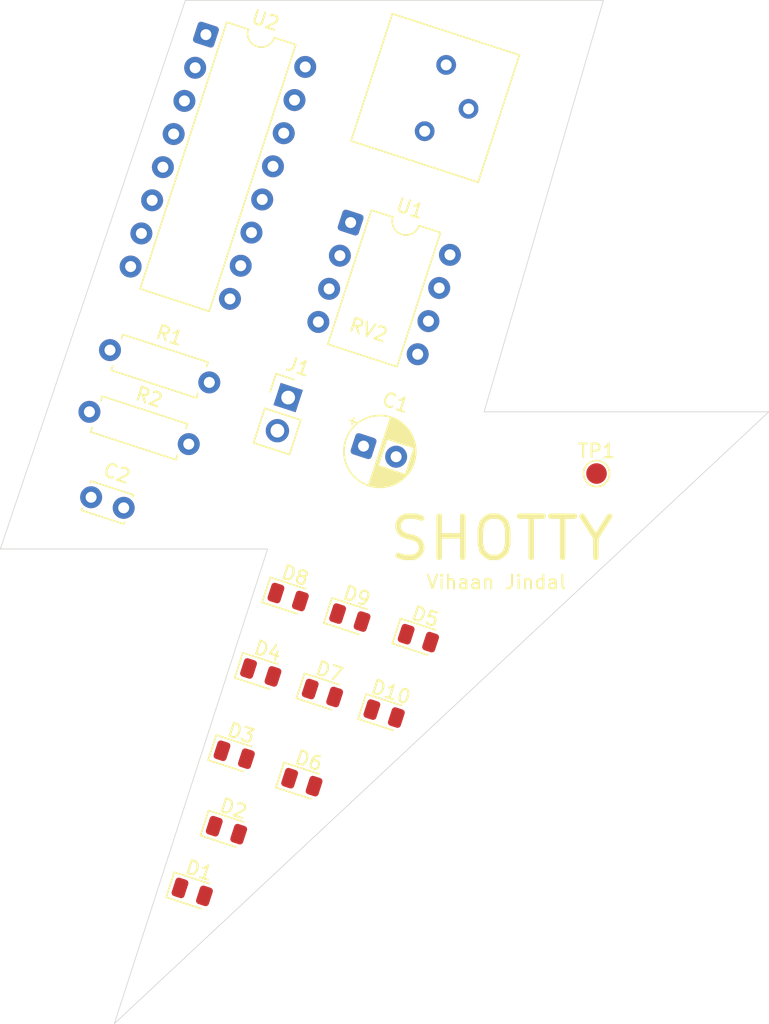
<source format=kicad_pcb>
(kicad_pcb (version 20241229) (generator "pcbnew") (generator_version "9.0")
  (layers (0 "F.Cu" signal) (2 "B.Cu" signal) (13 "F.Paste" user) (15 "B.Paste" user) (5 "F.SilkS" user "F.Silkscreen") (7 "B.SilkS" user "B.Silkscreen") (1 "F.Mask" user) (3 "B.Mask" user) (25 "Edge.Cuts" user))
  (net 0 "")
  (net 1 "Net-(J1-Pin_2)")
  (net 2 "Net-(U1-CV)")
  (net 3 "Net-(U1-THR)")
  (net 4 "Net-(U1-Q)")
  (net 5 "Net-(J1-Pin_1)")
  (net 6 "Net-(U1-DIS)")
  (net 7 "Net-(D1-A)")
  (net 8 "Net-(D1-K)")
  (net 9 "Net-(D2-A)")
  (net 10 "Net-(D3-A)")
  (net 11 "Net-(D4-A)")
  (net 12 "Net-(D5-A)")
  (net 13 "Net-(D6-A)")
  (net 14 "Net-(D7-A)")
  (net 15 "Net-(D8-A)")
  (net 16 "Net-(D9-A)")
  (footprint "LED_SMD:LED_0805_2012Metric" (layer "F.Cu") (at 132 105.5 -18)
    (property "Reference" "D4" (at 0 -1.65 162) (layer "F.SilkS"))
    (property "Value" "LED")
    (fp_line (start -1.685 0.960001) (end 1 0.96) (stroke (width 0.12)) (layer "F.SilkS"))
    (fp_line (start -1.685 -0.96) (end -1.685 0.960001) (stroke (width 0.12)) (layer "F.SilkS"))
    (fp_line (start 1 -0.96) (end -1.685 -0.96) (stroke (width 0.12)) (layer "F.SilkS"))
    (pad "1" smd roundrect (at -0.937499 0 342) (size 0.975 1.4) (layers "F.Cu" "F.Mask" "F.Paste") (net 8 "Net-(D1-K)"))
    (pad "2" smd roundrect (at 0.937499 0 342) (size 0.975 1.4) (layers "F.Cu" "F.Mask" "F.Paste") (net 11 "Net-(D4-A)"))
  )
  (footprint "LED_SMD:LED_0805_2012Metric" (layer "F.Cu") (at 143.5 103 -18)
    (property "Reference" "D5" (at 0 -1.65 162) (layer "F.SilkS"))
    (property "Value" "LED")
    (fp_line (start -1.685 0.960001) (end 1 0.96) (stroke (width 0.12)) (layer "F.SilkS"))
    (fp_line (start -1.685 -0.96) (end -1.685 0.960001) (stroke (width 0.12)) (layer "F.SilkS"))
    (fp_line (start 1 -0.96) (end -1.685 -0.96) (stroke (width 0.12)) (layer "F.SilkS"))
    (pad "1" smd roundrect (at -0.937499 0 342) (size 0.975 1.4) (layers "F.Cu" "F.Mask" "F.Paste") (net 8 "Net-(D1-K)"))
    (pad "2" smd roundrect (at 0.937499 0 342) (size 0.975 1.4) (layers "F.Cu" "F.Mask" "F.Paste") (net 12 "Net-(D5-A)"))
  )
  (footprint "Resistor_THT:R_Axial_DIN0207_L6.3mm_D2.5mm_P7.62mm_Horizontal" (layer "F.Cu") (at 119.5 86.5 -18)
    (property "Reference" "R2" (at 3.81 -2.37 162) (layer "F.SilkS"))
    (property "Value" "470")
    (fp_line (start 0.54 1.37) (end 7.08 1.37) (stroke (width 0.12)) (layer "F.SilkS"))
    (fp_line (start 0.54 1.04) (end 0.54 1.37) (stroke (width 0.12)) (layer "F.SilkS"))
    (fp_line (start 0.54 -1.04) (end 0.54 -1.37) (stroke (width 0.12)) (layer "F.SilkS"))
    (fp_line (start 0.54 -1.37) (end 7.08 -1.37) (stroke (width 0.12)) (layer "F.SilkS"))
    (fp_line (start 7.08 1.37) (end 7.08 1.04) (stroke (width 0.12)) (layer "F.SilkS"))
    (fp_line (start 7.08 -1.37) (end 7.08 -1.04) (stroke (width 0.12)) (layer "F.SilkS"))
    (pad "1" thru_hole circle (at 0 0 342) (size 1.6 1.6) (drill 0.8) (layers "*.Cu" "*.Mask") (net 5 "Net-(J1-Pin_1)"))
    (pad "2" thru_hole circle (at 7.62 -0.000001 342) (size 1.6 1.6) (drill 0.8) (layers "*.Cu" "*.Mask") (net 8 "Net-(D1-K)"))
  )
  (footprint "LED_SMD:LED_0805_2012Metric" (layer "F.Cu") (at 135 113.5 -18)
    (property "Reference" "D6" (at 0 -1.65 162) (layer "F.SilkS"))
    (property "Value" "LED")
    (fp_line (start -1.685 0.960001) (end 1 0.96) (stroke (width 0.12)) (layer "F.SilkS"))
    (fp_line (start -1.685 -0.96) (end -1.685 0.960001) (stroke (width 0.12)) (layer "F.SilkS"))
    (fp_line (start 1 -0.96) (end -1.685 -0.96) (stroke (width 0.12)) (layer "F.SilkS"))
    (pad "1" smd roundrect (at -0.937499 0 342) (size 0.975 1.4) (layers "F.Cu" "F.Mask" "F.Paste") (net 8 "Net-(D1-K)"))
    (pad "2" smd roundrect (at 0.937499 0 342) (size 0.975 1.4) (layers "F.Cu" "F.Mask" "F.Paste") (net 13 "Net-(D6-A)"))
  )
  (footprint "Connector_PinHeader_2.54mm:PinHeader_1x02_P2.54mm_Vertical" (layer "F.Cu") (at 134 85.46 -18)
    (property "Reference" "J1" (at -0.000001 -2.38 162) (layer "F.SilkS"))
    (property "Value" "Conn_01x02")
    (fp_line (start -1.38 3.92) (end 1.38 3.92) (stroke (width 0.12)) (layer "F.SilkS"))
    (fp_line (start -1.380001 1.27) (end -1.38 3.92) (stroke (width 0.12)) (layer "F.SilkS"))
    (fp_line (start -1.380001 1.27) (end 1.38 1.27) (stroke (width 0.12)) (layer "F.SilkS"))
    (fp_line (start -1.38 0) (end -1.38 -1.379999) (stroke (width 0.12)) (layer "F.SilkS"))
    (fp_line (start -1.38 -1.379999) (end 0 -1.38) (stroke (width 0.12)) (layer "F.SilkS"))
    (fp_line (start 1.38 1.27) (end 1.38 3.92) (stroke (width 0.12)) (layer "F.SilkS"))
    (pad "1" thru_hole rect (at 0 0 342) (size 1.7 1.7) (drill 1) (layers "*.Cu" "*.Mask") (net 5 "Net-(J1-Pin_1)"))
    (pad "2" thru_hole circle (at 0 2.54 342) (size 1.7 1.7) (drill 1) (layers "*.Cu" "*.Mask") (net 1 "Net-(J1-Pin_2)"))
  )
  (footprint "Resistor_THT:R_Axial_DIN0207_L6.3mm_D2.5mm_P7.62mm_Horizontal" (layer "F.Cu") (at 121 82 -18)
    (property "Reference" "R1" (at 3.81 -2.37 162) (layer "F.SilkS"))
    (property "Value" "1000")
    (fp_line (start 0.54 1.37) (end 7.08 1.37) (stroke (width 0.12)) (layer "F.SilkS"))
    (fp_line (start 0.54 1.04) (end 0.54 1.37) (stroke (width 0.12)) (layer "F.SilkS"))
    (fp_line (start 0.54 -1.04) (end 0.54 -1.37) (stroke (width 0.12)) (layer "F.SilkS"))
    (fp_line (start 0.54 -1.37) (end 7.08 -1.37) (stroke (width 0.12)) (layer "F.SilkS"))
    (fp_line (start 7.08 1.37) (end 7.08 1.04) (stroke (width 0.12)) (layer "F.SilkS"))
    (fp_line (start 7.08 -1.37) (end 7.08 -1.04) (stroke (width 0.12)) (layer "F.SilkS"))
    (pad "1" thru_hole circle (at 0 0 342) (size 1.6 1.6) (drill 0.8) (layers "*.Cu" "*.Mask") (net 6 "Net-(U1-DIS)"))
    (pad "2" thru_hole circle (at 7.62 -0.000001 342) (size 1.6 1.6) (drill 0.8) (layers "*.Cu" "*.Mask") (net 1 "Net-(J1-Pin_2)"))
  )
  (footprint "LED_SMD:LED_0805_2012Metric" (layer "F.Cu") (at 130.0625 111.5 -18)
    (property "Reference" "D3" (at 0 -1.65 162) (layer "F.SilkS"))
    (property "Value" "LED")
    (fp_line (start -1.685 0.960001) (end 1 0.96) (stroke (width 0.12)) (layer "F.SilkS"))
    (fp_line (start -1.685 -0.96) (end -1.685 0.960001) (stroke (width 0.12)) (layer "F.SilkS"))
    (fp_line (start 1 -0.96) (end -1.685 -0.96) (stroke (width 0.12)) (layer "F.SilkS"))
    (pad "1" smd roundrect (at -0.937499 0 342) (size 0.975 1.4) (layers "F.Cu" "F.Mask" "F.Paste") (net 8 "Net-(D1-K)"))
    (pad "2" smd roundrect (at 0.937499 0 342) (size 0.975 1.4) (layers "F.Cu" "F.Mask" "F.Paste") (net 10 "Net-(D3-A)"))
  )
  (footprint "Package_DIP:DIP-8_W7.62mm" (layer "F.Cu") (at 138.558585 72.700665 -18)
    (property "Reference" "U1" (at 3.81 -2.33 162) (layer "F.SilkS"))
    (property "Value" "NE555P")
    (fp_line (start 1.16 8.950001) (end 6.46 8.95) (stroke (width 0.12)) (layer "F.SilkS"))
    (fp_line (start 1.16 -1.33) (end 1.16 8.950001) (stroke (width 0.12)) (layer "F.SilkS"))
    (fp_line (start 2.81 -1.329999) (end 1.16 -1.33) (stroke (width 0.12)) (layer "F.SilkS"))
    (fp_line (start 6.46 8.95) (end 6.46 -1.33) (stroke (width 0.12)) (layer "F.SilkS"))
    (fp_line (start 6.46 -1.33) (end 4.81 -1.329999) (stroke (width 0.12)) (layer "F.SilkS"))
    (fp_arc (start 4.81 -1.329999) (mid 3.81 -0.33) (end 2.81 -1.329999) (stroke (width 0.12)) (layer "F.SilkS"))
    (pad "1" thru_hole roundrect (at 0 0 342) (size 1.6 1.6) (drill 0.8) (layers "*.Cu" "*.Mask") (roundrect_rratio 0.15625) (net 5 "Net-(J1-Pin_1)"))
    (pad "2" thru_hole circle (at 0 2.54 342) (size 1.6 1.6) (drill 0.8) (layers "*.Cu" "*.Mask") (net 3 "Net-(U1-THR)"))
    (pad "3" thru_hole circle (at 0 5.08 342) (size 1.6 1.6) (drill 0.8) (layers "*.Cu" "*.Mask") (net 4 "Net-(U1-Q)"))
    (pad "4" thru_hole circle (at 0.000001 7.62 342) (size 1.6 1.6) (drill 0.8) (layers "*.Cu" "*.Mask") (net 1 "Net-(J1-Pin_2)"))
    (pad "5" thru_hole circle (at 7.62 7.62 342) (size 1.6 1.6) (drill 0.8) (layers "*.Cu" "*.Mask") (net 2 "Net-(U1-CV)"))
    (pad "6" thru_hole circle (at 7.62 5.08 342) (size 1.6 1.6) (drill 0.8) (layers "*.Cu" "*.Mask") (net 3 "Net-(U1-THR)"))
    (pad "7" thru_hole circle (at 7.62 2.54 342) (size 1.6 1.6) (drill 0.8) (layers "*.Cu" "*.Mask") (net 6 "Net-(U1-DIS)"))
    (pad "8" thru_hole circle (at 7.62 -0.000001 342) (size 1.6 1.6) (drill 0.8) (layers "*.Cu" "*.Mask") (net 1 "Net-(J1-Pin_2)"))
  )
  (footprint "Capacitor_THT:C_Disc_D3.0mm_W2.0mm_P2.50mm" (layer "F.Cu") (at 119.622359 92.727458 -18)
    (property "Reference" "C2" (at 1.25 -2.25 162) (layer "F.SilkS"))
    (property "Value" "C_Polarized")
    (fp_line (start -0.37 1.12) (end -0.369999 0.972) (stroke (width 0.12)) (layer "F.SilkS"))
    (fp_line (start -0.37 -0.972) (end -0.37 -1.12) (stroke (width 0.12)) (layer "F.SilkS"))
    (fp_line (start -0.37 -1.12) (end 2.87 -1.12) (stroke (width 0.12)) (layer "F.SilkS"))
    (fp_line (start 2.87 1.12) (end -0.37 1.12) (stroke (width 0.12)) (layer "F.SilkS"))
    (fp_line (start 2.87 0.972) (end 2.87 1.12) (stroke (width 0.12)) (layer "F.SilkS"))
    (fp_line (start 2.87 -1.12) (end 2.87 -0.972) (stroke (width 0.12)) (layer "F.SilkS"))
    (pad "1" thru_hole circle (at 0 0 342) (size 1.6 1.6) (drill 0.8) (layers "*.Cu" "*.Mask") (net 3 "Net-(U1-THR)"))
    (pad "2" thru_hole circle (at 2.5 0 342) (size 1.6 1.6) (drill 0.8) (layers "*.Cu" "*.Mask") (net 5 "Net-(J1-Pin_1)"))
  )
  (footprint "LED_SMD:LED_0805_2012Metric" (layer "F.Cu") (at 129.5 117 -18)
    (property "Reference" "D2" (at 0 -1.65 162) (layer "F.SilkS"))
    (property "Value" "LED")
    (fp_line (start -1.685 0.960001) (end 1 0.96) (stroke (width 0.12)) (layer "F.SilkS"))
    (fp_line (start -1.685 -0.96) (end -1.685 0.960001) (stroke (width 0.12)) (layer "F.SilkS"))
    (fp_line (start 1 -0.96) (end -1.685 -0.96) (stroke (width 0.12)) (layer "F.SilkS"))
    (pad "1" smd roundrect (at -0.937499 0 342) (size 0.975 1.4) (layers "F.Cu" "F.Mask" "F.Paste") (net 8 "Net-(D1-K)"))
    (pad "2" smd roundrect (at 0.937499 0 342) (size 0.975 1.4) (layers "F.Cu" "F.Mask" "F.Paste") (net 9 "Net-(D2-A)"))
  )
  (footprint "Package_DIP:DIP-16_W7.62mm" (layer "F.Cu") (at 128 59 -18)
    (property "Reference" "U2" (at 3.81 -2.33 162) (layer "F.SilkS"))
    (property "Value" "4017")
    (fp_line (start 1.16 19.11) (end 6.459999 19.109999) (stroke (width 0.12)) (layer "F.SilkS"))
    (fp_line (start 6.459999 19.109999) (end 6.460001 -1.33) (stroke (width 0.12)) (layer "F.SilkS"))
    (fp_line (start 1.16 -1.33) (end 1.16 19.11) (stroke (width 0.12)) (layer "F.SilkS"))
    (fp_line (start 2.81 -1.330001) (end 1.16 -1.33) (stroke (width 0.12)) (layer "F.SilkS"))
    (fp_line (start 6.460001 -1.33) (end 4.810001 -1.33) (stroke (width 0.12)) (layer "F.SilkS"))
    (fp_arc (start 4.810001 -1.33) (mid 3.81 -0.33) (end 2.81 -1.330001) (stroke (width 0.12)) (layer "F.SilkS"))
    (pad "1" thru_hole roundrect (at 0 0 342) (size 1.6 1.6) (drill 0.8) (layers "*.Cu" "*.Mask") (roundrect_rratio 0.15625) (net 13 "Net-(D6-A)"))
    (pad "2" thru_hole circle (at 0 2.539998 342) (size 1.6 1.6) (drill 0.8) (layers "*.Cu" "*.Mask") (net 9 "Net-(D2-A)"))
    (pad "3" thru_hole circle (at -0.000001 5.08 342) (size 1.6 1.6) (drill 0.8) (layers "*.Cu" "*.Mask") (net 7 "Net-(D1-A)"))
    (pad "4" thru_hole circle (at 0 7.619999 342) (size 1.6 1.6) (drill 0.8) (layers "*.Cu" "*.Mask") (net 10 "Net-(D3-A)"))
    (pad "5" thru_hole circle (at 0 10.16 342) (size 1.6 1.6) (drill 0.8) (layers "*.Cu" "*.Mask") (net 14 "Net-(D7-A)"))
    (pad "6" thru_hole circle (at 0 12.699999 342) (size 1.6 1.6) (drill 0.8) (layers "*.Cu" "*.Mask") (net 15 "Net-(D8-A)"))
    (pad "7" thru_hole circle (at 0 15.24 342) (size 1.6 1.6) (drill 0.8) (layers "*.Cu" "*.Mask") (net 11 "Net-(D4-A)"))
    (pad "8" thru_hole circle (at 0 17.78 342) (size 1.6 1.6) (drill 0.8) (layers "*.Cu" "*.Mask") (net 5 "Net-(J1-Pin_1)"))
    (pad "9" thru_hole circle (at 7.619998 17.78 342) (size 1.6 1.6) (drill 0.8) (layers "*.Cu" "*.Mask") (net 16 "Net-(D9-A)"))
    (pad "10" thru_hole circle (at 7.62 15.24 342) (size 1.6 1.6) (drill 0.8) (layers "*.Cu" "*.Mask") (net 12 "Net-(D5-A)"))
    (pad "11" thru_hole circle (at 7.62 12.7 342) (size 1.6 1.6) (drill 0.8) (layers "*.Cu" "*.Mask"))
    (pad "12" thru_hole circle (at 7.62 10.16 342) (size 1.6 1.6) (drill 0.8) (layers "*.Cu" "*.Mask"))
    (pad "13" thru_hole circle (at 7.619999 7.62 342) (size 1.6 1.6) (drill 0.8) (layers "*.Cu" "*.Mask") (net 5 "Net-(J1-Pin_1)"))
    (pad "14" thru_hole circle (at 7.62 5.08 342) (size 1.6 1.6) (drill 0.8) (layers "*.Cu" "*.Mask") (net 4 "Net-(U1-Q)"))
    (pad "15" thru_hole circle (at 7.62 2.540001 342) (size 1.6 1.6) (drill 0.8) (layers "*.Cu" "*.Mask") (net 5 "Net-(J1-Pin_1)"))
    (pad "16" thru_hole circle (at 7.619999 0 342) (size 1.6 1.6) (drill 0.8) (layers "*.Cu" "*.Mask") (net 1 "Net-(J1-Pin_2)"))
  )
  (footprint "LED_SMD:LED_0805_2012Metric" (layer "F.Cu") (at 134 100 -18)
    (property "Reference" "D8" (at 0 -1.65 162) (layer "F.SilkS"))
    (property "Value" "LED")
    (fp_line (start -1.685 0.960001) (end 1 0.96) (stroke (width 0.12)) (layer "F.SilkS"))
    (fp_line (start -1.685 -0.96) (end -1.685 0.960001) (stroke (width 0.12)) (layer "F.SilkS"))
    (fp_line (start 1 -0.96) (end -1.685 -0.96) (stroke (width 0.12)) (layer "F.SilkS"))
    (pad "1" smd roundrect (at -0.937499 0 342) (size 0.975 1.4) (layers "F.Cu" "F.Mask" "F.Paste") (net 8 "Net-(D1-K)"))
    (pad "2" smd roundrect (at 0.937499 0 342) (size 0.975 1.4) (layers "F.Cu" "F.Mask" "F.Paste") (net 15 "Net-(D8-A)"))
  )
  (footprint "LED_SMD:LED_0805_2012Metric" (layer "F.Cu") (at 138.5 101.5 -18)
    (property "Reference" "D9" (at 0 -1.65 162) (layer "F.SilkS"))
    (property "Value" "LED")
    (fp_line (start -1.685 0.960001) (end 1 0.96) (stroke (width 0.12)) (layer "F.SilkS"))
    (fp_line (start -1.685 -0.96) (end -1.685 0.960001) (stroke (width 0.12)) (layer "F.SilkS"))
    (fp_line (start 1 -0.96) (end -1.685 -0.96) (stroke (width 0.12)) (layer "F.SilkS"))
    (pad "1" smd roundrect (at -0.937499 0 342) (size 0.975 1.4) (layers "F.Cu" "F.Mask" "F.Paste") (net 8 "Net-(D1-K)"))
    (pad "2" smd roundrect (at 0.937499 0 342) (size 0.975 1.4) (layers "F.Cu" "F.Mask" "F.Paste") (net 16 "Net-(D9-A)"))
  )
  (footprint "LED_SMD:LED_0805_2012Metric" (layer "F.Cu") (at 136.5 107 -18)
    (property "Reference" "D7" (at 0 -1.65 162) (layer "F.SilkS"))
    (property "Value" "LED")
    (fp_line (start -1.685 0.960001) (end 1 0.96) (stroke (width 0.12)) (layer "F.SilkS"))
    (fp_line (start -1.685 -0.96) (end -1.685 0.960001) (stroke (width 0.12)) (layer "F.SilkS"))
    (fp_line (start 1 -0.96) (end -1.685 -0.96) (stroke (width 0.12)) (layer "F.SilkS"))
    (pad "1" smd roundrect (at -0.937499 0 342) (size 0.975 1.4) (layers "F.Cu" "F.Mask" "F.Paste") (net 8 "Net-(D1-K)"))
    (pad "2" smd roundrect (at 0.937499 0 342) (size 0.975 1.4) (layers "F.Cu" "F.Mask" "F.Paste") (net 14 "Net-(D7-A)"))
  )
  (footprint "Potentiometer_THT:Potentiometer_Bourns_3386P_Vertical" (layer "F.Cu") (at 143.96 66.04 -18)
    (property "Reference" "RV2" (at 0.577103 15.05 162) (layer "F.SilkS"))
    (property "Value" "50000")
    (fp_line (start -4.89 2.335) (end -4.89 -7.415) (stroke (width 0.12)) (layer "F.SilkS"))
    (fp_line (start -4.89 -7.415) (end 4.86 -7.415) (stroke (width 0.12)) (layer "F.SilkS"))
    (fp_line (start 4.86 2.335) (end -4.89 2.335) (stroke (width 0.12)) (layer "F.SilkS"))
    (fp_line (start 4.86 -7.415) (end 4.86 2.335) (stroke (width 0.12)) (layer "F.SilkS"))
    (pad "1" thru_hole circle (at 0 0 342) (size 1.44 1.44) (drill 0.8) (layers "*.Cu" "*.Mask") (net 3 "Net-(U1-THR)"))
    (pad "2" thru_hole circle (at 2.54 -2.54 342) (size 1.44 1.44) (drill 0.8) (layers "*.Cu" "*.Mask") (net 6 "Net-(U1-DIS)"))
    (pad "3" thru_hole circle (at 0 -5.08 342) (size 1.44 1.44) (drill 0.8) (layers "*.Cu" "*.Mask") (net 6 "Net-(U1-DIS)"))
  )
  (footprint "TestPoint:TestPoint_Pad_D1.5mm" (layer "F.Cu") (at 156.5 91)
    (property "Reference" "TP1" (at 0 -1.648 0) (layer "F.SilkS"))
    (property "Value" "TestPoint")
    (fp_circle (center 0 0) (end 0 0.95) (stroke (width 0.12)) (fill no) (layer "F.SilkS"))
    (pad "1" smd circle (at 0 0) (size 1.5 1.5) (layers "F.Cu" "F.Mask") (net 4 "Net-(U1-Q)"))
  )
  (footprint "Capacitor_THT:CP_Radial_D5.0mm_P2.50mm" (layer "F.Cu") (at 139.5 89 -18)
    (property "Reference" "C1" (at 1.25 -3.75 162) (layer "F.SilkS"))
    (property "Value" "C")
    (fp_line (start -1.554775 -1.475) (end -1.054775 -1.475) (stroke (width 0.12)) (layer "F.SilkS"))
    (fp_line (start -1.304775 -1.725) (end -1.304775 -1.225) (stroke (width 0.12)) (layer "F.SilkS"))
    (fp_line (start 1.49 1.04) (end 1.490001 2.569) (stroke (width 0.12)) (layer "F.SilkS"))
    (fp_line (start 1.53 1.04) (end 1.53 2.565) (stroke (width 0.12)) (layer "F.SilkS"))
    (fp_line (start 1.57 1.04) (end 1.57 2.56) (stroke (width 0.12)) (layer "F.SilkS"))
    (fp_line (start 1.61 1.04) (end 1.61 2.555) (stroke (width 0.12)) (layer "F.SilkS"))
    (fp_line (start 1.65 1.04) (end 1.65 2.549) (stroke (width 0.12)) (layer "F.SilkS"))
    (fp_line (start 1.69 1.039999) (end 1.69 2.543) (stroke (width 0.12)) (layer "F.SilkS"))
    (fp_line (start 1.73 1.04) (end 1.73 2.536) (stroke (width 0.12)) (layer "F.SilkS"))
    (fp_line (start 1.77 1.04) (end 1.77 2.528) (stroke (width 0.12)) (layer "F.SilkS"))
    (fp_line (start 1.810001 1.04) (end 1.809999 2.519) (stroke (width 0.12)) (layer "F.SilkS"))
    (fp_line (start 1.85 1.04) (end 1.85 2.51) (stroke (width 0.12)) (layer "F.SilkS"))
    (fp_line (start 1.89 1.04) (end 1.89 2.501) (stroke (width 0.12)) (layer "F.SilkS"))
    (fp_line (start 1.93 1.040001) (end 1.93 2.49) (stroke (width 0.12)) (layer "F.SilkS"))
    (fp_line (start 1.97 1.04) (end 1.97 2.479) (stroke (width 0.12)) (layer "F.SilkS"))
    (fp_line (start 2.01 1.04) (end 2.01 2.467) (stroke (width 0.12)) (layer "F.SilkS"))
    (fp_line (start 2.05 1.04) (end 2.05 2.455) (stroke (width 0.12)) (layer "F.SilkS"))
    (fp_line (start 2.089999 1.04) (end 2.090001 2.442) (stroke (width 0.12)) (layer "F.SilkS"))
    (fp_line (start 2.13 1.04) (end 2.13 2.428) (stroke (width 0.12)) (layer "F.SilkS"))
    (fp_line (start 2.17 1.04) (end 2.17 2.413) (stroke (width 0.12)) (layer "F.SilkS"))
    (fp_line (start 2.21 1.04) (end 2.21 2.398) (stroke (width 0.12)) (layer "F.SilkS"))
    (fp_line (start 2.25 1.04) (end 2.25 2.382) (stroke (width 0.12)) (layer "F.SilkS"))
    (fp_line (start 2.29 1.04) (end 2.29 2.365) (stroke (width 0.12)) (layer "F.SilkS"))
    (fp_line (start 2.33 1.04) (end 2.33 2.347) (stroke (width 0.12)) (layer "F.SilkS"))
    (fp_line (start 2.37 1.04) (end 2.37 2.329) (stroke (width 0.12)) (layer "F.SilkS"))
    (fp_line (start 2.410001 1.04) (end 2.41 2.309) (stroke (width 0.12)) (layer "F.SilkS"))
    (fp_line (start 1.249999 -2.58) (end 1.25 2.58) (stroke (width 0.12)) (layer "F.SilkS"))
    (fp_line (start 2.45 1.04) (end 2.45 2.289) (stroke (width 0.12)) (layer "F.SilkS"))
    (fp_line (start 1.29 -2.58) (end 1.29 2.58) (stroke (width 0.12)) (layer "F.SilkS"))
    (fp_line (start 2.49 1.04) (end 2.49 2.268) (stroke (width 0.12)) (layer "F.SilkS"))
    (fp_line (start 1.33 -2.579) (end 1.33 2.579) (stroke (width 0.12)) (layer "F.SilkS"))
    (fp_line (start 2.53 1.04) (end 2.53 2.246) (stroke (width 0.12)) (layer "F.SilkS"))
    (fp_line (start 1.37 -2.577) (end 1.37 2.577) (stroke (width 0.12)) (layer "F.SilkS"))
    (fp_line (start 2.57 1.039999) (end 2.569999 2.223) (stroke (width 0.12)) (layer "F.SilkS"))
    (fp_line (start 1.409999 -2.575) (end 1.41 2.575) (stroke (width 0.12)) (layer "F.SilkS"))
    (fp_line (start 2.61 1.04) (end 2.61 2.199) (stroke (width 0.12)) (layer "F.SilkS"))
    (fp_line (start 1.45 -2.572) (end 1.45 2.572) (stroke (width 0.12)) (layer "F.SilkS"))
    (fp_line (start 2.65 1.04) (end 2.65 2.175) (stroke (width 0.12)) (layer "F.SilkS"))
    (fp_line (start 1.49 -2.569) (end 1.49 -1.04) (stroke (width 0.12)) (layer "F.SilkS"))
    (fp_line (start 2.69 1.04) (end 2.69 2.149) (stroke (width 0.12)) (layer "F.SilkS"))
    (fp_line (start 1.53 -2.565) (end 1.53 -1.04) (stroke (width 0.12)) (layer "F.SilkS"))
    (fp_line (start 2.73 1.04) (end 2.73 2.122) (stroke (width 0.12)) (layer "F.SilkS"))
    (fp_line (start 1.57 -2.56) (end 1.57 -1.04) (stroke (width 0.12)) (layer "F.SilkS"))
    (fp_line (start 2.77 1.04) (end 2.77 2.094) (stroke (width 0.12)) (layer "F.SilkS"))
    (fp_line (start 1.61 -2.555) (end 1.61 -1.04) (stroke (width 0.12)) (layer "F.SilkS"))
    (fp_line (start 2.81 1.04) (end 2.81 2.064999) (stroke (width 0.12)) (layer "F.SilkS"))
    (fp_line (start 1.65 -2.549) (end 1.65 -1.04) (stroke (width 0.12)) (layer "F.SilkS"))
    (fp_line (start 2.85 1.04) (end 2.849999 2.035) (stroke (width 0.12)) (layer "F.SilkS"))
    (fp_line (start 1.69 -2.543) (end 1.69 -1.04) (stroke (width 0.12)) (layer "F.SilkS"))
    (fp_line (start 2.89 1.04) (end 2.89 2.003) (stroke (width 0.12)) (layer "F.SilkS"))
    (fp_line (start 1.73 -2.536) (end 1.73 -1.04) (stroke (width 0.12)) (layer "F.SilkS"))
    (fp_line (start 1.77 -2.528) (end 1.77 -1.04) (stroke (width 0.12)) (layer "F.SilkS"))
    (fp_line (start 2.93 1.04) (end 2.93 1.97) (stroke (width 0.12)) (layer "F.SilkS"))
    (fp_line (start 1.81 -2.519) (end 1.81 -1.04) (stroke (width 0.12)) (layer "F.SilkS"))
    (fp_line (start 2.97 1.04) (end 2.97 1.936) (stroke (width 0.12)) (layer "F.SilkS"))
    (fp_line (start 1.85 -2.51) (end 1.85 -1.04) (stroke (width 0.12)) (layer "F.SilkS"))
    (fp_line (start 3.01 1.04) (end 3.01 1.901) (stroke (width 0.12)) (layer "F.SilkS"))
    (fp_line (start 1.89 -2.501) (end 1.889999 -1.04) (stroke (width 0.12)) (layer "F.SilkS"))
    (fp_line (start 3.05 1.04) (end 3.05 1.864) (stroke (width 0.12)) (layer "F.SilkS"))
    (fp_line (start 1.93 -2.49) (end 1.93 -1.04) (stroke (width 0.12)) (layer "F.SilkS"))
    (fp_line (start 3.09 1.04) (end 3.09 1.825) (stroke (width 0.12)) (layer "F.SilkS"))
    (fp_line (start 1.969999 -2.479) (end 1.97 -1.04) (stroke (width 0.12)) (layer "F.SilkS"))
    (fp_line (start 3.13 1.04) (end 3.13 1.785) (stroke (width 0.12)) (layer "F.SilkS"))
    (fp_line (start 2.010001 -2.467) (end 2.01 -1.04) (stroke (width 0.12)) (layer "F.SilkS"))
    (fp_line (start 3.17 1.04) (end 3.17 1.742999) (stroke (width 0.12)) (layer "F.SilkS"))
    (fp_line (start 2.05 -2.455) (end 2.05 -1.04) (stroke (width 0.12)) (layer "F.SilkS"))
    (fp_line (start 3.21 1.04) (end 3.210001 1.699) (stroke (width 0.12)) (layer "F.SilkS"))
    (fp_line (start 2.090001 -2.442) (end 2.09 -1.04) (stroke (width 0.12)) (layer "F.SilkS"))
    (fp_line (start 3.25 1.04) (end 3.250001 1.652) (stroke (width 0.12)) (layer "F.SilkS"))
    (fp_line (start 2.13 -2.428) (end 2.13 -1.04) (stroke (width 0.12)) (layer "F.SilkS"))
    (fp_line (start 3.29 1.04) (end 3.29 1.604) (stroke (width 0.12)) (layer "F.SilkS"))
    (fp_line (start 2.17 -2.413) (end 2.17 -1.04) (stroke (width 0.12)) (layer "F.SilkS"))
    (fp_line (start 2.21 -2.398) (end 2.21 -1.04) (stroke (width 0.12)) (layer "F.SilkS"))
    (fp_line (start 3.33 1.04) (end 3.33 1.553) (stroke (width 0.12)) (layer "F.SilkS"))
    (fp_line (start 2.25 -2.382) (end 2.25 -1.04) (stroke (width 0.12)) (layer "F.SilkS"))
    (fp_line (start 3.37 1.04) (end 3.37 1.499) (stroke (width 0.12)) (layer "F.SilkS"))
    (fp_line (start 2.29 -2.365) (end 2.29 -1.04) (stroke (width 0.12)) (layer "F.SilkS"))
    (fp_line (start 3.41 1.04) (end 3.41 1.443001) (stroke (width 0.12)) (layer "F.SilkS"))
    (fp_line (start 2.33 -2.347) (end 2.33 -1.04) (stroke (width 0.12)) (layer "F.SilkS"))
    (fp_line (start 3.45 1.04) (end 3.45 1.383) (stroke (width 0.12)) (layer "F.SilkS"))
    (fp_line (start 2.370001 -2.329) (end 2.37 -1.040001) (stroke (width 0.12)) (layer "F.SilkS"))
    (fp_line (start 3.49 1.04) (end 3.49 1.319) (stroke (width 0.12)) (layer "F.SilkS"))
    (fp_line (start 2.409999 -2.309) (end 2.41 -1.04) (stroke (width 0.12)) (layer "F.SilkS"))
    (fp_line (start 3.53 1.04) (end 3.53 1.251) (stroke (width 0.12)) (layer "F.SilkS"))
    (fp_line (start 2.45 -2.289) (end 2.45 -1.04) (stroke (width 0.12)) (layer "F.SilkS"))
    (fp_line (start 2.49 -2.268) (end 2.49 -1.039999) (stroke (width 0.12)) (layer "F.SilkS"))
    (fp_line (start 2.53 -2.246) (end 2.53 -1.04) (stroke (width 0.12)) (layer "F.SilkS"))
    (fp_line (start 2.57 -2.223) (end 2.57 -1.04) (stroke (width 0.12)) (layer "F.SilkS"))
    (fp_line (start 2.61 -2.199) (end 2.61 -1.04) (stroke (width 0.12)) (layer "F.SilkS"))
    (fp_line (start 2.65 -2.175) (end 2.649999 -1.04) (stroke (width 0.12)) (layer "F.SilkS"))
    (fp_line (start 2.69 -2.149) (end 2.69 -1.04) (stroke (width 0.12)) (layer "F.SilkS"))
    (fp_line (start 2.73 -2.122) (end 2.73 -1.04) (stroke (width 0.12)) (layer "F.SilkS"))
    (fp_line (start 2.77 -2.094) (end 2.77 -1.04) (stroke (width 0.12)) (layer "F.SilkS"))
    (fp_line (start 2.81 -2.065) (end 2.81 -1.04) (stroke (width 0.12)) (layer "F.SilkS"))
    (fp_line (start 2.85 -2.035001) (end 2.85 -1.04) (stroke (width 0.12)) (layer "F.SilkS"))
    (fp_line (start 2.89 -2.003) (end 2.89 -1.04) (stroke (width 0.12)) (layer "F.SilkS"))
    (fp_line (start 2.93 -1.97) (end 2.93 -1.04) (stroke (width 0.12)) (layer "F.SilkS"))
    (fp_line (start 2.97 -1.936) (end 2.970001 -1.04) (stroke (width 0.12)) (layer "F.SilkS"))
    (fp_line (start 3.01 -1.901) (end 3.01 -1.04) (stroke (width 0.12)) (layer "F.SilkS"))
    (fp_line (start 3.05 -1.864) (end 3.05 -1.04) (stroke (width 0.12)) (layer "F.SilkS"))
    (fp_line (start 3.09 -1.825) (end 3.09 -1.04) (stroke (width 0.12)) (layer "F.SilkS"))
    (fp_line (start 3.13 -1.785) (end 3.13 -1.040001) (stroke (width 0.12)) (layer "F.SilkS"))
    (fp_line (start 3.17 -1.743) (end 3.17 -1.04) (stroke (width 0.12)) (layer "F.SilkS"))
    (fp_line (start 3.21 -1.698999) (end 3.21 -1.04) (stroke (width 0.12)) (layer "F.SilkS"))
    (fp_line (start 3.25 -1.652) (end 3.25 -1.04) (stroke (width 0.12)) (layer "F.SilkS"))
    (fp_line (start 3.29 -1.604) (end 3.29 -1.04) (stroke (width 0.12)) (layer "F.SilkS"))
    (fp_line (start 3.33 -1.553) (end 3.33 -1.04) (stroke (width 0.12)) (layer "F.SilkS"))
    (fp_line (start 3.37 -1.499) (end 3.37 -1.04) (stroke (width 0.12)) (layer "F.SilkS"))
    (fp_line (start 3.41 -1.443) (end 3.41 -1.04) (stroke (width 0.12)) (layer "F.SilkS"))
    (fp_line (start 3.449999 -1.383) (end 3.45 -1.04) (stroke (width 0.12)) (layer "F.SilkS"))
    (fp_line (start 3.49 -1.319) (end 3.49 -1.04) (stroke (width 0.12)) (layer "F.SilkS"))
    (fp_line (start 3.53 -1.251) (end 3.53 -1.04) (stroke (width 0.12)) (layer "F.SilkS"))
    (fp_line (start 3.849999 -0.283) (end 3.85 0.283) (stroke (width 0.12)) (layer "F.SilkS"))
    (fp_line (start 3.57 -1.177) (end 3.57 1.177) (stroke (width 0.12)) (layer "F.SilkS"))
    (fp_line (start 3.61 -1.098) (end 3.61 1.098) (stroke (width 0.12)) (layer "F.SilkS"))
    (fp_line (start 3.81 -0.517) (end 3.81 0.517) (stroke (width 0.12)) (layer "F.SilkS"))
    (fp_line (start 3.65 -1.011) (end 3.65 1.011) (stroke (width 0.12)) (layer "F.SilkS"))
    (fp_line (start 3.69 -0.914) (end 3.69 0.914) (stroke (width 0.12)) (layer "F.SilkS"))
    (fp_line (start 3.77 -0.677) (end 3.77 0.677) (stroke (width 0.12)) (layer "F.SilkS"))
    (fp_line (start 3.73 -0.805) (end 3.73 0.805) (stroke (width 0.12)) (layer "F.SilkS"))
    (fp_circle (center 1.25 0) (end 3.87 0) (stroke (width 0.12)) (fill no) (layer "F.SilkS"))
    (pad "1" thru_hole roundrect (at 0 0 342) (size 1.6 1.6) (drill 0.8) (layers "*.Cu" "*.Mask") (roundrect_rratio 0.15625) (net 2 "Net-(U1-CV)"))
    (pad "2" thru_hole circle (at 2.5 0 342) (size 1.6 1.6) (drill 0.8) (layers "*.Cu" "*.Mask") (net 5 "Net-(J1-Pin_1)"))
  )
  (footprint "LED_SMD:LED_0805_2012Metric" (layer "F.Cu") (at 127 121.5 -18)
    (property "Reference" "D1" (at 0 -1.65 162) (layer "F.SilkS"))
    (property "Value" "LED")
    (fp_line (start -1.685 0.960001) (end 1 0.96) (stroke (width 0.12)) (layer "F.SilkS"))
    (fp_line (start -1.685 -0.96) (end -1.685 0.960001) (stroke (width 0.12)) (layer "F.SilkS"))
    (fp_line (start 1 -0.96) (end -1.685 -0.96) (stroke (width 0.12)) (layer "F.SilkS"))
    (pad "1" smd roundrect (at -0.937499 0 342) (size 0.975 1.4) (layers "F.Cu" "F.Mask" "F.Paste") (net 8 "Net-(D1-K)"))
    (pad "2" smd roundrect (at 0.937499 0 342) (size 0.975 1.4) (layers "F.Cu" "F.Mask" "F.Paste") (net 7 "Net-(D1-A)"))
  )
  (footprint "LED_SMD:LED_0805_2012Metric" (layer "F.Cu") (at 141 108.5 -18)
    (property "Reference" "D10" (at 0 -1.65 162) (layer "F.SilkS"))
    (property "Value" "LED")
    (fp_line (start -1.685 0.960001) (end 1 0.96) (stroke (width 0.12)) (layer "F.SilkS"))
    (fp_line (start -1.685 -0.96) (end -1.685 0.960001) (stroke (width 0.12)) (layer "F.SilkS"))
    (fp_line (start 1 -0.96) (end -1.685 -0.96) (stroke (width 0.12)) (layer "F.SilkS"))
    (pad "1" smd roundrect (at -0.937499 0 342) (size 0.975 1.4) (layers "F.Cu" "F.Mask" "F.Paste") (net 8 "Net-(D1-K)"))
    (pad "2" smd roundrect (at 0.937499 0 342) (size 0.975 1.4) (layers "F.Cu" "F.Mask" "F.Paste"))
  )
  (gr_poly (pts (xy 126.5 56.5) (xy 157 56.5) (xy 148.299603 86.5) (xy 169.070588 86.5) (xy 121.321184 131.101092) (xy 132.499999 96.5) (xy 113 96.5)) (stroke (width 0.05)) (fill no) (layer "Edge.Cuts"))
  (gr_text "SHOTTY" (at 158 97.5 0) (layer "F.SilkS") (effects (font (size 3 3) (thickness 0.4)) (justify right bottom)))
  (gr_text "Vihaan Jindal" (at 144 99.5 0) (layer "F.SilkS") (effects (font (size 1 1)) (justify left bottom)))
)
</source>
